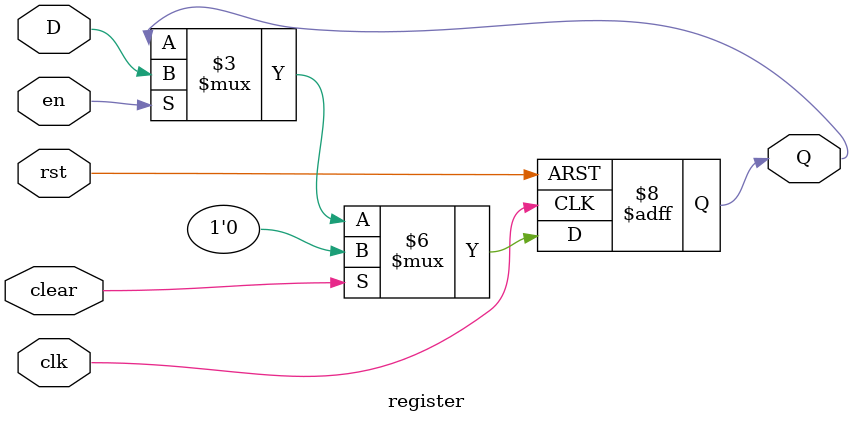
<source format=sv>
`include "../define.vh"

/**
 * Latches and stores values of WIDTH bits and initializes to RESET_VAL.
 *
 * This register uses an asynchronous active-low reset and a synchronous
 * active-high clear. Upon clear or reset, the value of the register becomes
 * RESET_VAL.
 *
 * Parameters:
 *  - WIDTH         The number of bits that the register holds.
 *  - RESET_VAL     The value that the register holds after a reset.
 *
 * Inputs:
 *  - clk           The clock to use for the register.
 *  - rst           Active-high asynchronous reset.
 *  - clear         Active-high synchronous reset.
 *  - en            Active-high indication whether or not to load the register.
 *  - D             The input to the register.
 *
 * Outputs:
 *  - Q             The latched output from the register.
 **/
module register

   #(parameter                      WIDTH=1,
     parameter [WIDTH-1:0]    RESET_VAL='h0)

    (input  logic               clk, en, rst, clear,
     input  logic [WIDTH-1:0]   D,
     output reg [WIDTH-1:0]   Q);

     always_ff @(posedge clk, posedge rst) begin
        if (rst) begin
            Q <= RESET_VAL;
        end else begin
            if (clear) Q <= RESET_VAL;
            else if(en) Q <= D;
            else Q <= Q;
        end
     end
     
endmodule:register
</source>
